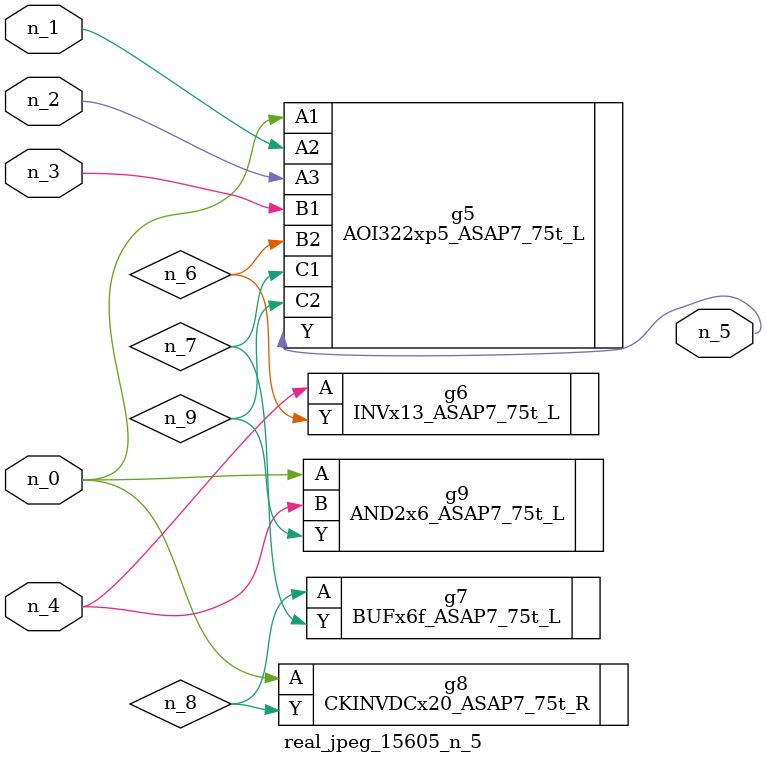
<source format=v>
module real_jpeg_15605_n_5 (n_4, n_0, n_1, n_2, n_3, n_5);

input n_4;
input n_0;
input n_1;
input n_2;
input n_3;

output n_5;

wire n_8;
wire n_6;
wire n_7;
wire n_9;

AOI322xp5_ASAP7_75t_L g5 ( 
.A1(n_0),
.A2(n_1),
.A3(n_2),
.B1(n_3),
.B2(n_6),
.C1(n_7),
.C2(n_9),
.Y(n_5)
);

CKINVDCx20_ASAP7_75t_R g8 ( 
.A(n_0),
.Y(n_8)
);

AND2x6_ASAP7_75t_L g9 ( 
.A(n_0),
.B(n_4),
.Y(n_9)
);

INVx13_ASAP7_75t_L g6 ( 
.A(n_4),
.Y(n_6)
);

BUFx6f_ASAP7_75t_L g7 ( 
.A(n_8),
.Y(n_7)
);


endmodule
</source>
